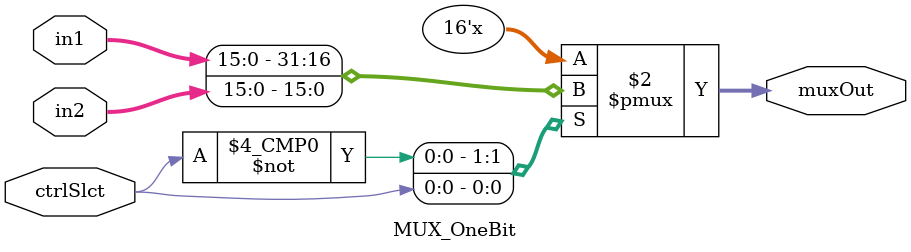
<source format=v>
`timescale 1ns / 1ps
module MUX_OneBit(in1, in2, ctrlSlct, muxOut
    );
	 input [15:0] in1;
    input [15:0] in2;
    input ctrlSlct;
    output reg [15:0] muxOut;
	 
	 always @ (in1, in2, ctrlSlct) begin
		case (ctrlSlct)
			'b00: muxOut = in1;
			'b01: muxOut = in2;
			default muxOut = in1;
		endcase
	 end
endmodule

</source>
